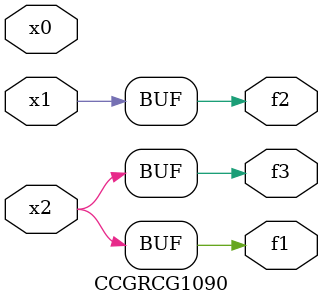
<source format=v>
module CCGRCG1090(
	input x0, x1, x2,
	output f1, f2, f3
);
	assign f1 = x2;
	assign f2 = x1;
	assign f3 = x2;
endmodule

</source>
